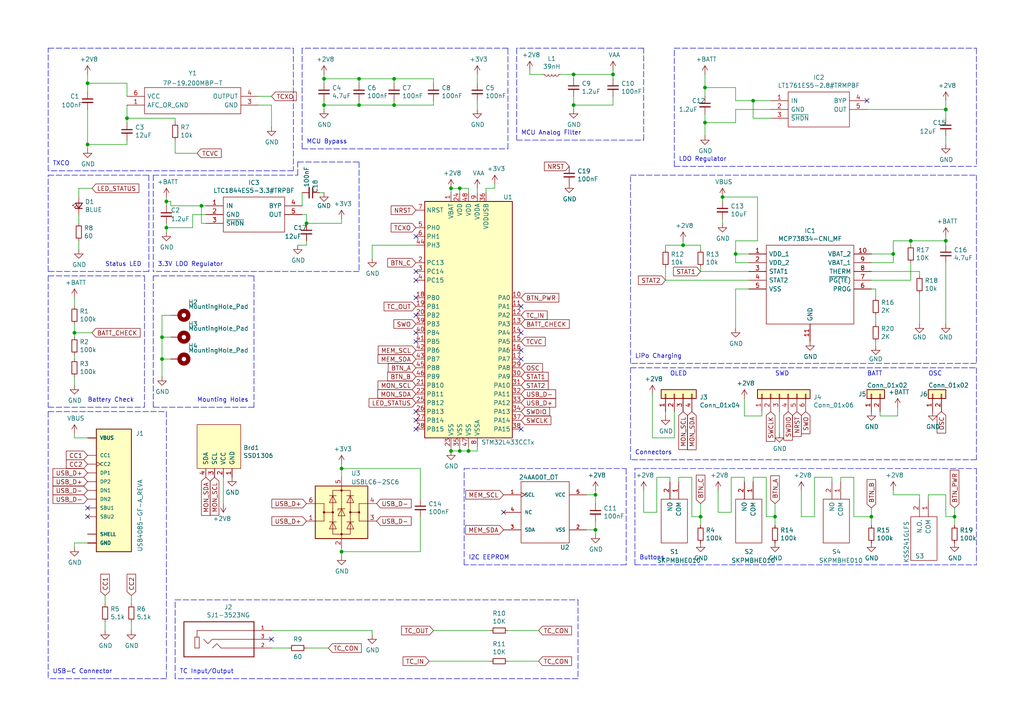
<source format=kicad_sch>
(kicad_sch (version 20211123) (generator eeschema)
  (paper "A4")
  (title_block (title "TimTime Lockit") (date "2021-04-30") (rev "V01"))
  (junction (at 46.99 97.79))
  (junction (at 166.37 30.48))
  (junction (at 99.06 160.02))
  (junction (at 224.79 149.86))
  (junction (at 274.32 69.85))
  (junction (at 198.12 71.12))
  (junction (at 204.47 25.4))
  (junction (at 135.89 130.81))
  (junction (at 218.44 29.21))
  (junction (at 25.4 41.91))
  (junction (at 209.55 57.15))
  (junction (at 130.81 54.61))
  (junction (at 203.2 149.86))
  (junction (at 21.59 96.52))
  (junction (at 48.26 66.04))
  (junction (at 130.81 130.81))
  (junction (at 264.16 69.85))
  (junction (at 93.98 30.48))
  (junction (at 133.35 54.61))
  (junction (at 213.36 73.66))
  (junction (at 104.14 30.48))
  (junction (at 99.06 135.89))
  (junction (at 58.42 59.69))
  (junction (at 25.4 24.13))
  (junction (at 252.73 149.86))
  (junction (at 172.72 153.67))
  (junction (at 114.3 30.48))
  (junction (at 276.86 149.86))
  (junction (at 259.08 73.66))
  (junction (at 133.35 130.81))
  (junction (at 114.3 22.86))
  (junction (at 36.83 34.29))
  (junction (at 204.47 35.56))
  (junction (at 88.9 64.77))
  (junction (at 93.98 22.86))
  (junction (at 274.32 31.75))
  (junction (at 104.14 22.86))
  (junction (at 172.72 143.51))
  (junction (at 48.26 58.42))
  (junction (at 166.37 21.59))
  (junction (at 46.99 104.14))
  (junction (at 177.8 21.59))
  (no_connect (at 151.13 88.9))
  (no_connect (at 120.65 81.28))
  (no_connect (at 78.74 185.42))
  (no_connect (at 146.05 148.59))
  (no_connect (at 151.13 124.46))
  (no_connect (at 120.65 91.44))
  (no_connect (at 120.65 68.58))
  (no_connect (at 120.65 99.06))
  (no_connect (at 120.65 78.74))
  (no_connect (at 120.65 119.38))
  (no_connect (at 120.65 96.52))
  (no_connect (at 25.4 149.86))
  (no_connect (at 151.13 101.6))
  (no_connect (at 151.13 96.52))
  (no_connect (at 120.65 121.92))
  (no_connect (at 251.46 29.21))
  (no_connect (at 120.65 86.36))
  (no_connect (at 151.13 104.14))
  (no_connect (at 120.65 124.46))
  (no_connect (at 25.4 147.32))
  (polyline (pts (xy 186.69 13.97) (xy 149.86 13.97)))
  (wire (pts (xy 274.32 68.58) (xy 274.32 69.85)))
  (polyline (pts (xy 13.97 13.97) (xy 85.09 13.97)))
  (wire (pts (xy 222.25 149.86) (xy 224.79 149.86)))
  (wire (pts (xy 55.88 66.04) (xy 48.26 66.04)))
  (wire (pts (xy 243.84 139.7) (xy 243.84 138.43)))
  (wire (pts (xy 203.2 146.05) (xy 203.2 149.86)))
  (polyline (pts (xy 13.97 118.11) (xy 41.91 118.11)))
  (wire (pts (xy 78.74 182.88) (xy 107.95 182.88)))
  (wire (pts (xy 104.14 22.86) (xy 114.3 22.86)))
  (wire (pts (xy 217.17 83.82) (xy 213.36 83.82)))
  (polyline (pts (xy 48.26 119.38) (xy 48.26 196.85)))
  (wire (pts (xy 36.83 27.94) (xy 36.83 24.13)))
  (wire (pts (xy 219.71 57.15) (xy 209.55 57.15)))
  (polyline (pts (xy 13.97 78.74) (xy 13.97 50.8)))
  (wire (pts (xy 274.32 149.86) (xy 276.86 149.86)))
  (wire (pts (xy 203.2 149.86) (xy 203.2 152.4)))
  (wire (pts (xy 186.69 148.59) (xy 190.5 148.59)))
  (wire (pts (xy 172.72 143.51) (xy 172.72 142.24)))
  (wire (pts (xy 125.73 29.21) (xy 125.73 30.48)))
  (wire (pts (xy 217.17 78.74) (xy 203.2 78.74)))
  (wire (pts (xy 22.86 54.61) (xy 22.86 57.15)))
  (wire (pts (xy 195.58 127) (xy 195.58 119.38)))
  (polyline (pts (xy 167.64 173.99) (xy 167.64 196.85)))
  (wire (pts (xy 177.8 30.48) (xy 166.37 30.48)))
  (polyline (pts (xy 134.62 163.83) (xy 134.62 135.89)))
  (wire (pts (xy 166.37 30.48) (xy 166.37 27.94)))
  (wire (pts (xy 49.53 91.44) (xy 46.99 91.44)))
  (polyline (pts (xy 73.66 118.11) (xy 44.45 118.11)))
  (polyline (pts (xy 147.32 13.97) (xy 87.63 13.97)))
  (wire (pts (xy 48.26 66.04) (xy 48.26 64.77)))
  (polyline (pts (xy 283.21 13.97) (xy 283.21 48.26)))
  (wire (pts (xy 130.81 129.54) (xy 130.81 130.81)))
  (wire (pts (xy 252.73 149.86) (xy 252.73 152.4)))
  (wire (pts (xy 254 99.06) (xy 254 100.33)))
  (wire (pts (xy 252.73 83.82) (xy 254 83.82)))
  (wire (pts (xy 213.36 69.85) (xy 219.71 69.85)))
  (wire (pts (xy 138.43 130.81) (xy 135.89 130.81)))
  (wire (pts (xy 241.3 139.7) (xy 241.3 138.43)))
  (wire (pts (xy 247.65 149.86) (xy 252.73 149.86)))
  (wire (pts (xy 87.63 62.23) (xy 88.9 62.23)))
  (wire (pts (xy 213.36 76.2) (xy 213.36 73.66)))
  (polyline (pts (xy 13.97 119.38) (xy 13.97 196.85)))
  (wire (pts (xy 21.59 157.48) (xy 25.4 157.48)))
  (wire (pts (xy 252.73 78.74) (xy 266.7 78.74)))
  (wire (pts (xy 189.23 114.3) (xy 189.23 127)))
  (polyline (pts (xy 182.88 106.68) (xy 283.21 106.68)))
  (wire (pts (xy 266.7 85.09) (xy 266.7 93.98)))
  (wire (pts (xy 269.24 144.78) (xy 269.24 143.51)))
  (wire (pts (xy 218.44 34.29) (xy 218.44 29.21)))
  (wire (pts (xy 218.44 29.21) (xy 213.36 29.21)))
  (polyline (pts (xy 184.15 163.83) (xy 184.15 135.89)))
  (wire (pts (xy 252.73 76.2) (xy 259.08 76.2)))
  (wire (pts (xy 217.17 73.66) (xy 213.36 73.66)))
  (wire (pts (xy 259.08 143.51) (xy 259.08 142.24)))
  (wire (pts (xy 21.59 158.75) (xy 21.59 157.48)))
  (wire (pts (xy 196.85 139.7) (xy 196.85 138.43)))
  (wire (pts (xy 78.74 36.83) (xy 78.74 30.48)))
  (wire (pts (xy 93.98 22.86) (xy 93.98 24.13)))
  (wire (pts (xy 22.86 69.85) (xy 22.86 72.39)))
  (wire (pts (xy 217.17 81.28) (xy 193.04 81.28)))
  (wire (pts (xy 208.28 148.59) (xy 212.09 148.59)))
  (wire (pts (xy 215.9 120.65) (xy 215.9 115.57)))
  (wire (pts (xy 104.14 30.48) (xy 93.98 30.48)))
  (wire (pts (xy 218.44 139.7) (xy 218.44 138.43)))
  (wire (pts (xy 99.06 135.89) (xy 99.06 138.43)))
  (polyline (pts (xy 43.18 50.8) (xy 43.18 78.74)))
  (polyline (pts (xy 87.63 13.97) (xy 87.63 43.18)))
  (wire (pts (xy 194.31 138.43) (xy 194.31 139.7)))
  (wire (pts (xy 219.71 69.85) (xy 219.71 57.15)))
  (polyline (pts (xy 13.97 49.53) (xy 13.97 13.97)))
  (wire (pts (xy 259.08 76.2) (xy 259.08 73.66)))
  (wire (pts (xy 203.2 71.12) (xy 198.12 71.12)))
  (wire (pts (xy 213.36 25.4) (xy 204.47 25.4)))
  (wire (pts (xy 25.4 21.59) (xy 25.4 24.13)))
  (wire (pts (xy 49.53 97.79) (xy 46.99 97.79)))
  (wire (pts (xy 220.98 120.65) (xy 215.9 120.65)))
  (wire (pts (xy 21.59 125.73) (xy 21.59 127)))
  (wire (pts (xy 133.35 129.54) (xy 133.35 130.81)))
  (wire (pts (xy 50.8 40.64) (xy 50.8 44.45)))
  (wire (pts (xy 153.67 20.32) (xy 153.67 21.59)))
  (wire (pts (xy 59.69 59.69) (xy 58.42 59.69)))
  (polyline (pts (xy 13.97 50.8) (xy 43.18 50.8)))
  (wire (pts (xy 88.9 69.85) (xy 88.9 71.12)))
  (wire (pts (xy 212.09 148.59) (xy 212.09 138.43)))
  (wire (pts (xy 95.25 187.96) (xy 88.9 187.96)))
  (wire (pts (xy 186.69 142.24) (xy 186.69 148.59)))
  (wire (pts (xy 264.16 69.85) (xy 274.32 69.85)))
  (polyline (pts (xy 50.8 173.99) (xy 167.64 173.99)))
  (wire (pts (xy 58.42 64.77) (xy 58.42 59.69)))
  (wire (pts (xy 138.43 54.61) (xy 138.43 55.88)))
  (wire (pts (xy 226.06 125.73) (xy 226.06 119.38)))
  (wire (pts (xy 196.85 138.43) (xy 200.66 138.43)))
  (wire (pts (xy 232.41 149.86) (xy 232.41 142.24)))
  (wire (pts (xy 121.92 135.89) (xy 99.06 135.89)))
  (wire (pts (xy 266.7 144.78) (xy 266.7 143.51)))
  (wire (pts (xy 46.99 97.79) (xy 46.99 104.14)))
  (wire (pts (xy 124.46 191.77) (xy 142.24 191.77)))
  (polyline (pts (xy 44.45 50.8) (xy 86.36 50.8)))
  (wire (pts (xy 264.16 81.28) (xy 264.16 76.2)))
  (polyline (pts (xy 87.63 43.18) (xy 147.32 43.18)))
  (polyline (pts (xy 182.88 105.41) (xy 182.88 50.8)))
  (polyline (pts (xy 86.36 46.99) (xy 104.14 46.99)))
  (wire (pts (xy 93.98 29.21) (xy 93.98 30.48)))
  (polyline (pts (xy 73.66 80.01) (xy 73.66 118.11)))
  (wire (pts (xy 93.98 30.48) (xy 93.98 31.75)))
  (wire (pts (xy 172.72 153.67) (xy 172.72 154.94)))
  (wire (pts (xy 25.4 41.91) (xy 25.4 43.18)))
  (wire (pts (xy 48.26 59.69) (xy 48.26 58.42)))
  (polyline (pts (xy 44.45 80.01) (xy 73.66 80.01)))
  (wire (pts (xy 204.47 27.94) (xy 204.47 25.4)))
  (wire (pts (xy 223.52 29.21) (xy 218.44 29.21)))
  (wire (pts (xy 130.81 54.61) (xy 130.81 55.88)))
  (wire (pts (xy 213.36 31.75) (xy 223.52 31.75)))
  (wire (pts (xy 264.16 71.12) (xy 264.16 69.85)))
  (wire (pts (xy 50.8 44.45) (xy 57.15 44.45)))
  (wire (pts (xy 274.32 29.21) (xy 274.32 31.75)))
  (wire (pts (xy 241.3 138.43) (xy 236.22 138.43)))
  (wire (pts (xy 247.65 138.43) (xy 247.65 149.86)))
  (wire (pts (xy 166.37 30.48) (xy 166.37 31.75)))
  (wire (pts (xy 147.32 182.88) (xy 156.21 182.88)))
  (wire (pts (xy 99.06 158.75) (xy 99.06 160.02)))
  (wire (pts (xy 21.59 111.76) (xy 21.59 109.22)))
  (wire (pts (xy 88.9 62.23) (xy 88.9 64.77)))
  (wire (pts (xy 252.73 73.66) (xy 259.08 73.66)))
  (wire (pts (xy 114.3 30.48) (xy 104.14 30.48)))
  (wire (pts (xy 125.73 182.88) (xy 142.24 182.88)))
  (wire (pts (xy 114.3 29.21) (xy 114.3 30.48)))
  (wire (pts (xy 269.24 143.51) (xy 274.32 143.51)))
  (wire (pts (xy 74.93 30.48) (xy 78.74 30.48)))
  (wire (pts (xy 36.83 41.91) (xy 25.4 41.91)))
  (wire (pts (xy 36.83 34.29) (xy 36.83 35.56)))
  (wire (pts (xy 140.97 54.61) (xy 143.51 54.61)))
  (wire (pts (xy 99.06 134.62) (xy 99.06 135.89)))
  (wire (pts (xy 170.18 143.51) (xy 172.72 143.51)))
  (wire (pts (xy 99.06 64.77) (xy 88.9 64.77)))
  (polyline (pts (xy 48.26 196.85) (xy 13.97 196.85)))
  (wire (pts (xy 21.59 96.52) (xy 26.67 96.52)))
  (polyline (pts (xy 195.58 48.26) (xy 195.58 13.97)))
  (wire (pts (xy 251.46 31.75) (xy 274.32 31.75)))
  (wire (pts (xy 58.42 59.69) (xy 49.53 59.69)))
  (polyline (pts (xy 167.64 196.85) (xy 50.8 196.85)))
  (wire (pts (xy 26.67 54.61) (xy 22.86 54.61)))
  (polyline (pts (xy 41.91 80.01) (xy 41.91 118.11)))
  (wire (pts (xy 120.65 71.12) (xy 107.95 71.12)))
  (wire (pts (xy 36.83 40.64) (xy 36.83 41.91)))
  (wire (pts (xy 59.69 62.23) (xy 55.88 62.23)))
  (wire (pts (xy 133.35 55.88) (xy 133.35 54.61)))
  (wire (pts (xy 217.17 76.2) (xy 213.36 76.2)))
  (wire (pts (xy 193.04 72.39) (xy 193.04 71.12)))
  (polyline (pts (xy 149.86 40.64) (xy 186.69 40.64)))
  (polyline (pts (xy 283.21 106.68) (xy 283.21 133.35)))
  (wire (pts (xy 177.8 20.32) (xy 177.8 21.59)))
  (wire (pts (xy 189.23 127) (xy 195.58 127)))
  (polyline (pts (xy 184.15 135.89) (xy 283.21 135.89)))
  (wire (pts (xy 254 91.44) (xy 254 93.98)))
  (wire (pts (xy 21.59 104.14) (xy 21.59 102.87)))
  (wire (pts (xy 125.73 30.48) (xy 114.3 30.48)))
  (wire (pts (xy 209.55 57.15) (xy 209.55 58.42)))
  (polyline (pts (xy 182.88 50.8) (xy 283.21 50.8)))
  (wire (pts (xy 49.53 58.42) (xy 48.26 58.42)))
  (wire (pts (xy 222.25 138.43) (xy 222.25 149.86)))
  (wire (pts (xy 36.83 30.48) (xy 36.83 34.29)))
  (wire (pts (xy 213.36 73.66) (xy 213.36 69.85)))
  (wire (pts (xy 274.32 143.51) (xy 274.32 149.86)))
  (wire (pts (xy 243.84 138.43) (xy 247.65 138.43)))
  (wire (pts (xy 223.52 34.29) (xy 218.44 34.29)))
  (wire (pts (xy 55.88 62.23) (xy 55.88 66.04)))
  (wire (pts (xy 166.37 21.59) (xy 177.8 21.59)))
  (wire (pts (xy 266.7 143.51) (xy 259.08 143.51)))
  (wire (pts (xy 138.43 29.21) (xy 138.43 31.75)))
  (polyline (pts (xy 195.58 48.26) (xy 283.21 48.26)))
  (wire (pts (xy 99.06 63.5) (xy 99.06 64.77)))
  (wire (pts (xy 138.43 21.59) (xy 138.43 24.13)))
  (wire (pts (xy 252.73 81.28) (xy 264.16 81.28)))
  (wire (pts (xy 25.4 24.13) (xy 25.4 26.67)))
  (wire (pts (xy 99.06 160.02) (xy 99.06 161.29)))
  (wire (pts (xy 121.92 160.02) (xy 99.06 160.02)))
  (polyline (pts (xy 182.88 133.35) (xy 182.88 106.68)))
  (wire (pts (xy 93.98 55.88) (xy 92.71 55.88)))
  (wire (pts (xy 49.53 104.14) (xy 46.99 104.14)))
  (polyline (pts (xy 44.45 118.11) (xy 44.45 80.01)))
  (polyline (pts (xy 283.21 133.35) (xy 182.88 133.35)))
  (wire (pts (xy 104.14 29.21) (xy 104.14 30.48)))
  (polyline (pts (xy 283.21 50.8) (xy 283.21 105.41)))
  (wire (pts (xy 274.32 76.2) (xy 274.32 93.98)))
  (wire (pts (xy 215.9 138.43) (xy 215.9 139.7)))
  (wire (pts (xy 88.9 71.12) (xy 86.36 71.12)))
  (wire (pts (xy 274.32 39.37) (xy 274.32 41.91)))
  (polyline (pts (xy 86.36 50.8) (xy 86.36 46.99)))
  (wire (pts (xy 274.32 69.85) (xy 274.32 71.12)))
  (wire (pts (xy 218.44 138.43) (xy 222.25 138.43)))
  (wire (pts (xy 193.04 71.12) (xy 198.12 71.12)))
  (wire (pts (xy 133.35 54.61) (xy 130.81 54.61)))
  (wire (pts (xy 255.27 119.38) (xy 255.27 120.65)))
  (wire (pts (xy 133.35 130.81) (xy 130.81 130.81)))
  (wire (pts (xy 153.67 21.59) (xy 157.48 21.59)))
  (wire (pts (xy 209.55 63.5) (xy 209.55 64.77)))
  (polyline (pts (xy 186.69 40.64) (xy 186.69 13.97)))
  (polyline (pts (xy 43.18 78.74) (xy 13.97 78.74)))
  (polyline (pts (xy 283.21 105.41) (xy 182.88 105.41)))
  (polyline (pts (xy 195.58 13.97) (xy 283.21 13.97)))
  (wire (pts (xy 104.14 24.13) (xy 104.14 22.86)))
  (wire (pts (xy 114.3 24.13) (xy 114.3 22.86)))
  (wire (pts (xy 190.5 138.43) (xy 194.31 138.43)))
  (wire (pts (xy 193.04 81.28) (xy 193.04 77.47)))
  (wire (pts (xy 204.47 25.4) (xy 204.47 21.59)))
  (wire (pts (xy 177.8 21.59) (xy 177.8 22.86)))
  (wire (pts (xy 48.26 58.42) (xy 48.26 57.15)))
  (polyline (pts (xy 184.15 163.83) (xy 283.21 163.83)))
  (wire (pts (xy 107.95 71.12) (xy 107.95 74.93)))
  (wire (pts (xy 203.2 78.74) (xy 203.2 77.47)))
  (wire (pts (xy 107.95 182.88) (xy 107.95 184.15)))
  (wire (pts (xy 50.8 35.56) (xy 50.8 34.29)))
  (wire (pts (xy 46.99 104.14) (xy 46.99 109.22)))
  (wire (pts (xy 266.7 78.74) (xy 266.7 80.01)))
  (wire (pts (xy 25.4 24.13) (xy 36.83 24.13)))
  (wire (pts (xy 198.12 71.12) (xy 198.12 69.85)))
  (wire (pts (xy 87.63 59.69) (xy 87.63 55.88)))
  (wire (pts (xy 224.79 146.05) (xy 224.79 149.86)))
  (wire (pts (xy 50.8 34.29) (xy 36.83 34.29)))
  (polyline (pts (xy 104.14 46.99) (xy 104.14 78.74)))
  (polyline (pts (xy 149.86 13.97) (xy 149.86 40.64)))
  (wire (pts (xy 135.89 54.61) (xy 133.35 54.61)))
  (wire (pts (xy 274.32 31.75) (xy 274.32 34.29)))
  (wire (pts (xy 236.22 138.43) (xy 236.22 149.86)))
  (wire (pts (xy 30.48 172.72) (xy 30.48 175.26)))
  (wire (pts (xy 21.59 88.9) (xy 21.59 86.36)))
  (polyline (pts (xy 85.09 13.97) (xy 85.09 49.53)))
  (wire (pts (xy 204.47 35.56) (xy 204.47 39.37)))
  (wire (pts (xy 64.77 146.05) (xy 64.77 138.43)))
  (wire (pts (xy 46.99 91.44) (xy 46.99 97.79)))
  (wire (pts (xy 162.56 21.59) (xy 166.37 21.59)))
  (wire (pts (xy 213.36 83.82) (xy 213.36 95.25)))
  (polyline (pts (xy 13.97 80.01) (xy 41.91 80.01)))
  (wire (pts (xy 78.74 27.94) (xy 74.93 27.94)))
  (wire (pts (xy 236.22 149.86) (xy 232.41 149.86)))
  (wire (pts (xy 254 83.82) (xy 254 86.36)))
  (wire (pts (xy 255.27 120.65) (xy 260.35 120.65)))
  (wire (pts (xy 135.89 129.54) (xy 135.89 130.81)))
  (wire (pts (xy 200.66 149.86) (xy 203.2 149.86)))
  (wire (pts (xy 172.72 146.05) (xy 172.72 143.51)))
  (wire (pts (xy 220.98 119.38) (xy 220.98 120.65)))
  (polyline (pts (xy 44.45 50.8) (xy 44.45 78.74)))
  (wire (pts (xy 224.79 149.86) (xy 224.79 152.4)))
  (wire (pts (xy 125.73 22.86) (xy 125.73 24.13)))
  (wire (pts (xy 172.72 151.13) (xy 172.72 153.67)))
  (polyline (pts (xy 13.97 119.38) (xy 48.26 119.38)))
  (polyline (pts (xy 104.14 78.74) (xy 44.45 78.74)))
  (polyline (pts (xy 85.09 49.53) (xy 13.97 49.53)))
  (polyline (pts (xy 283.21 135.89) (xy 283.21 163.83)))
  (wire (pts (xy 212.09 138.43) (xy 215.9 138.43)))
  (wire (pts (xy 48.26 67.31) (xy 48.26 66.04)))
  (wire (pts (xy 166.37 21.59) (xy 166.37 22.86)))
  (wire (pts (xy 135.89 130.81) (xy 133.35 130.81)))
  (wire (pts (xy 204.47 35.56) (xy 213.36 35.56)))
  (wire (pts (xy 59.69 64.77) (xy 58.42 64.77)))
  (wire (pts (xy 143.51 53.34) (xy 143.51 54.61)))
  (wire (pts (xy 170.18 153.67) (xy 172.72 153.67)))
  (wire (pts (xy 140.97 54.61) (xy 140.97 55.88)))
  (wire (pts (xy 135.89 55.88) (xy 135.89 54.61)))
  (wire (pts (xy 177.8 27.94) (xy 177.8 30.48)))
  (wire (pts (xy 200.66 138.43) (xy 200.66 149.86)))
  (polyline (pts (xy 13.97 80.01) (xy 13.97 118.11)))
  (polyline (pts (xy 181.61 135.89) (xy 181.61 163.83)))
  (wire (pts (xy 276.86 149.86) (xy 276.86 152.4)))
  (wire (pts (xy 21.59 96.52) (xy 21.59 93.98)))
  (wire (pts (xy 21.59 127) (xy 25.4 127)))
  (wire (pts (xy 22.86 62.23) (xy 22.86 64.77)))
  (wire (pts (xy 93.98 21.59) (xy 93.98 22.86)))
  (wire (pts (xy 147.32 191.77) (xy 156.21 191.77)))
  (wire (pts (xy 208.28 142.24) (xy 208.28 148.59)))
  (wire (pts (xy 83.82 187.96) (xy 78.74 187.96)))
  (wire (pts (xy 260.35 120.65) (xy 260.35 118.11)))
  (wire (pts (xy 259.08 73.66) (xy 259.08 69.85)))
  (wire (pts (xy 276.86 147.32) (xy 276.86 149.86)))
  (wire (pts (xy 252.73 147.32) (xy 252.73 149.86)))
  (polyline (pts (xy 147.32 43.18) (xy 147.32 13.97)))
  (wire (pts (xy 193.04 120.65) (xy 193.04 119.38)))
  (wire (pts (xy 38.1 172.72) (xy 38.1 175.26)))
  (wire (pts (xy 121.92 144.78) (xy 121.92 135.89)))
  (polyline (pts (xy 50.8 196.85) (xy 50.8 173.99)))
  (wire (pts (xy 114.3 22.86) (xy 125.73 22.86)))
  (polyline (pts (xy 181.61 163.83) (xy 134.62 163.83)))
  (wire (pts (xy 25.4 31.75) (xy 25.4 41.91)))
  (wire (pts (xy 38.1 180.34) (xy 38.1 182.88)))
  (wire (pts (xy 203.2 72.39) (xy 203.2 71.12)))
  (wire (pts (xy 30.48 180.34) (xy 30.48 182.88)))
  (wire (pts (xy 104.14 22.86) (xy 93.98 22.86)))
  (wire (pts (xy 204.47 33.02) (xy 204.47 35.56)))
  (wire (pts (xy 259.08 69.85) (xy 264.16 69.85)))
  (wire (pts (xy 49.53 59.69) (xy 49.53 58.42)))
  (wire (pts (xy 213.36 35.56) (xy 213.36 31.75)))
  (wire (pts (xy 138.43 129.54) (xy 138.43 130.81)))
  (polyline (pts (xy 134.62 135.89) (xy 181.61 135.89)))
  (wire (pts (xy 21.59 97.79) (xy 21.59 96.52)))
  (wire (pts (xy 213.36 29.21) (xy 213.36 25.4)))
  (wire (pts (xy 121.92 149.86) (xy 121.92 160.02)))
  (wire (pts (xy 190.5 148.59) (xy 190.5 138.43)))
  (text "TC Input/Output" (at 52.07 195.58 0) (effects (font (size 1.27 1.27)) (justify left bottom)))
  (text "Connectors" (at 184.15 132.08 0) (effects (font (size 1.27 1.27)) (justify left bottom)))
  (text "TXCO" (at 15.24 48.26 0) (effects (font (size 1.27 1.27)) (justify left bottom)))
  (text "Mounting Holes" (at 57.15 116.84 0) (effects (font (size 1.27 1.27)) (justify left bottom)))
  (text "LiPo Charging" (at 184.15 104.14 0) (effects (font (size 1.27 1.27)) (justify left bottom)))
  (text "Battery Check" (at 25.4 116.84 0) (effects (font (size 1.27 1.27)) (justify left bottom)))
  (text "USB-C Connector" (at 15.24 195.58 0) (effects (font (size 1.27 1.27)) (justify left bottom)))
  (text "3.3V LDO Regulator" (at 45.72 77.47 0) (effects (font (size 1.27 1.27)) (justify left bottom)))
  (text "MCU Bypass" (at 88.9 41.91 0) (effects (font (size 1.27 1.27)) (justify left bottom)))
  (text "SWD" (at 224.79 109.22 0) (effects (font (size 1.27 1.27)) (justify left bottom)))
  (text "LDO Regulator" (at 196.85 46.99 0) (effects (font (size 1.27 1.27)) (justify left bottom)))
  (text "Status LED" (at 30.48 77.47 0) (effects (font (size 1.27 1.27)) (justify left bottom)))
  (text "MCU Analog Filter" (at 151.13 39.37 0) (effects (font (size 1.27 1.27)) (justify left bottom)))
  (text "OLED" (at 194.31 109.22 0) (effects (font (size 1.27 1.27)) (justify left bottom)))
  (text "OSC" (at 269.24 109.22 0) (effects (font (size 1.27 1.27)) (justify left bottom)))
  (text "Buttons" (at 185.42 162.56 0) (effects (font (size 1.27 1.27)) (justify left bottom)))
  (text "I2C EEPROM" (at 135.89 162.56 0) (effects (font (size 1.27 1.27)) (justify left bottom)))
  (text "BATT" (at 251.46 109.22 0) (effects (font (size 1.27 1.27)) (justify left bottom)))
  (global_label "BTN_B" (shape input) (at 120.65 109.22 180) (property "Intersheet References" "${INTERSHEET_REFS}" (effects hide)))
  (global_label "BTN_A" (shape input) (at 224.79 146.05 90) (property "Intersheet References" "${INTERSHEET_REFS}" (effects hide)))
  (global_label "SWDIO" (shape input) (at 228.6 119.38 270) (property "Intersheet References" "${INTERSHEET_REFS}" (effects hide)))
  (global_label "BATT_CHECK" (shape input) (at 151.13 93.98 0) (property "Intersheet References" "${INTERSHEET_REFS}" (effects hide)))
  (global_label "BTN_PWR" (shape input) (at 276.86 147.32 90) (property "Intersheet References" "${INTERSHEET_REFS}" (effects hide)))
  (global_label "MEM_SCL" (shape input) (at 146.05 143.51 180) (property "Intersheet References" "${INTERSHEET_REFS}" (effects hide)))
  (global_label "STAT1" (shape input) (at 151.13 109.22 0) (property "Intersheet References" "${INTERSHEET_REFS}" (effects hide)))
  (global_label "MON_SDA" (shape input) (at 200.66 119.38 270) (property "Intersheet References" "${INTERSHEET_REFS}" (effects hide)))
  (global_label "USB_D+" (shape input) (at 88.9 151.13 180) (property "Intersheet References" "${INTERSHEET_REFS}" (effects hide)))
  (global_label "MON_SCL" (shape input) (at 62.23 138.43 270) (property "Intersheet References" "${INTERSHEET_REFS}" (effects hide)))
  (global_label "TCXO" (shape input) (at 120.65 66.04 180) (property "Intersheet References" "${INTERSHEET_REFS}" (effects hide)))
  (global_label "USB_D-" (shape input) (at 151.13 114.3 0) (property "Intersheet References" "${INTERSHEET_REFS}" (effects hide)))
  (global_label "CC1" (shape input) (at 25.4 132.08 180) (property "Intersheet References" "${INTERSHEET_REFS}" (effects hide)))
  (global_label "USB_D-" (shape input) (at 109.22 146.05 0) (property "Intersheet References" "${INTERSHEET_REFS}" (effects hide)))
  (global_label "USB_D+" (shape input) (at 25.4 137.16 180) (property "Intersheet References" "${INTERSHEET_REFS}" (effects hide)))
  (global_label "LED_STATUS" (shape input) (at 26.67 54.61 0) (property "Intersheet References" "${INTERSHEET_REFS}" (effects hide)))
  (global_label "SWDIO" (shape input) (at 151.13 119.38 0) (property "Intersheet References" "${INTERSHEET_REFS}" (effects hide)))
  (global_label "MEM_SDA" (shape input) (at 120.65 104.14 180) (property "Intersheet References" "${INTERSHEET_REFS}" (effects hide)))
  (global_label "USB_D-" (shape input) (at 25.4 142.24 180) (property "Intersheet References" "${INTERSHEET_REFS}" (effects hide)))
  (global_label "MON_SDA" (shape input) (at 120.65 114.3 180) (property "Intersheet References" "${INTERSHEET_REFS}" (effects hide)))
  (global_label "USB_D+" (shape input) (at 25.4 139.7 180) (property "Intersheet References" "${INTERSHEET_REFS}" (effects hide)))
  (global_label "CC1" (shape input) (at 30.48 172.72 90) (property "Intersheet References" "${INTERSHEET_REFS}" (effects hide)))
  (global_label "BTN_A" (shape input) (at 120.65 106.68 180) (property "Intersheet References" "${INTERSHEET_REFS}" (effects hide)))
  (global_label "USB_D-" (shape input) (at 109.22 151.13 0) (property "Intersheet References" "${INTERSHEET_REFS}" (effects hide)))
  (global_label "TC_IN" (shape input) (at 124.46 191.77 180) (property "Intersheet References" "${INTERSHEET_REFS}" (effects hide)))
  (global_label "OSC" (shape input) (at 273.05 119.38 270) (property "Intersheet References" "${INTERSHEET_REFS}" (effects hide)))
  (global_label "MON_SCL" (shape input) (at 198.12 119.38 270) (property "Intersheet References" "${INTERSHEET_REFS}" (effects hide)))
  (global_label "USB_D+" (shape input) (at 88.9 146.05 180) (property "Intersheet References" "${INTERSHEET_REFS}" (effects hide)))
  (global_label "TC_OUT" (shape input) (at 125.73 182.88 180) (property "Intersheet References" "${INTERSHEET_REFS}" (effects hide)))
  (global_label "NRST" (shape input) (at 231.14 119.38 270) (property "Intersheet References" "${INTERSHEET_REFS}" (effects hide)))
  (global_label "LED_STATUS" (shape input) (at 120.65 116.84 180) (property "Intersheet References" "${INTERSHEET_REFS}" (effects hide)))
  (global_label "CC2" (shape input) (at 25.4 134.62 180) (property "Intersheet References" "${INTERSHEET_REFS}" (effects hide)))
  (global_label "USB_D-" (shape input) (at 25.4 144.78 180) (property "Intersheet References" "${INTERSHEET_REFS}" (effects hide)))
  (global_label "BATT_CHECK" (shape input) (at 26.67 96.52 0) (property "Intersheet References" "${INTERSHEET_REFS}" (effects hide)))
  (global_label "TC_CON" (shape input) (at 156.21 182.88 0) (property "Intersheet References" "${INTERSHEET_REFS}" (effects hide)))
  (global_label "MON_SDA" (shape input) (at 59.69 138.43 270) (property "Intersheet References" "${INTERSHEET_REFS}" (effects hide)))
  (global_label "USB_D+" (shape input) (at 151.13 116.84 0) (property "Intersheet References" "${INTERSHEET_REFS}" (effects hide)))
  (global_label "MEM_SCL" (shape input) (at 120.65 101.6 180) (property "Intersheet References" "${INTERSHEET_REFS}" (effects hide)))
  (global_label "MEM_SDA" (shape input) (at 146.05 153.67 180) (property "Intersheet References" "${INTERSHEET_REFS}" (effects hide)))
  (global_label "SWCLK" (shape input) (at 151.13 121.92 0) (property "Intersheet References" "${INTERSHEET_REFS}" (effects hide)))
  (global_label "NRST" (shape input) (at 120.65 60.96 180) (property "Intersheet References" "${INTERSHEET_REFS}" (effects hide)))
  (global_label "BTN_B" (shape input) (at 252.73 147.32 90) (property "Intersheet References" "${INTERSHEET_REFS}" (effects hide)))
  (global_label "STAT2" (shape input) (at 193.04 81.28 180) (property "Intersheet References" "${INTERSHEET_REFS}" (effects hide)))
  (global_label "TC_IN" (shape input) (at 151.13 91.44 0) (property "Intersheet References" "${INTERSHEET_REFS}" (effects hide)))
  (global_label "TCXO" (shape input) (at 78.74 27.94 0) (property "Intersheet References" "${INTERSHEET_REFS}" (effects hide)))
  (global_label "TC_CON" (shape input) (at 95.25 187.96 0) (property "Intersheet References" "${INTERSHEET_REFS}" (effects hide)))
  (global_label "SWO" (shape input) (at 233.68 119.38 270) (property "Intersheet References" "${INTERSHEET_REFS}" (effects hide)))
  (global_label "NRST" (shape input) (at 165.1 48.26 180) (property "Intersheet References" "${INTERSHEET_REFS}" (effects hide)))
  (global_label "BTN_PWR" (shape input) (at 151.13 86.36 0) (property "Intersheet References" "${INTERSHEET_REFS}" (effects hide)))
  (global_label "TC_CON" (shape input) (at 156.21 191.77 0) (property "Intersheet References" "${INTERSHEET_REFS}" (effects hide)))
  (global_label "MON_SCL" (shape input) (at 120.65 111.76 180) (property "Intersheet References" "${INTERSHEET_REFS}" (effects hide)))
  (global_label "OSC" (shape input) (at 151.13 106.68 0) (property "Intersheet References" "${INTERSHEET_REFS}" (effects hide)))
  (global_label "SWCLK" (shape input) (at 223.52 119.38 270) (property "Intersheet References" "${INTERSHEET_REFS}" (effects hide)))
  (global_label "STAT2" (shape input) (at 151.13 111.76 0) (property "Intersheet References" "${INTERSHEET_REFS}" (effects hide)))
  (global_label "BTN_C" (shape input) (at 203.2 146.05 90) (property "Intersheet References" "${INTERSHEET_REFS}" (effects hide)))
  (global_label "STAT1" (shape input) (at 203.2 78.74 180) (property "Intersheet References" "${INTERSHEET_REFS}" (effects hide)))
  (global_label "TC_OUT" (shape input) (at 120.65 88.9 180) (property "Intersheet References" "${INTERSHEET_REFS}" (effects hide)))
  (global_label "BTN_C" (shape input) (at 120.65 76.2 180) (property "Intersheet References" "${INTERSHEET_REFS}" (effects hide)))
  (global_label "TCVC" (shape input) (at 57.15 44.45 0) (property "Intersheet References" "${INTERSHEET_REFS}" (effects hide)))
  (global_label "TCVC" (shape input) (at 151.13 99.06 0) (property "Intersheet References" "${INTERSHEET_REFS}" (effects hide)))
  (global_label "CC2" (shape input) (at 38.1 172.72 90) (property "Intersheet References" "${INTERSHEET_REFS}" (effects hide)))
  (global_label "SWO" (shape input) (at 120.65 93.98 180) (property "Intersheet References" "${INTERSHEET_REFS}" (effects hide)))
  (symbol (lib_id "MCU_ST_STM32L4:STM32L433CCTx") (at 135.89 91.44 0) (unit 1)
    (property "Reference" "U1" (at 147.32 57.15 0))
    (property "Value" "STM32L433CCTx" (at 147.32 128.27 0))
    (property "Footprint" "Package_QFP:LQFP-48_7x7mm_P0.5mm" (effects hide))
    (property "Datasheet" "http://www.st.com/st-web-ui/static/active/en/resource/technical/document/datasheet/DM00257192.pdf" (effects hide))
  )
  (symbol (lib_id "power:GND") (at 130.81 130.81 0) (unit 1)
    (property "Reference" "#PWR019" (effects hide))
    (property "Value" "GND" (at 130.937 135.2042 0))
  )
  (symbol (lib_id "TimTime-rescue:7P-25.000MBP-T-7P-25.000MBP-T-MiniSlate-rescue") (at 36.83 27.94 0) (unit 1)
    (property "Reference" "Y1" (at 55.88 21.209 0))
    (property "Value" "7P-19.200MBP-T" (at 55.88 24.13 0))
    (property "Footprint" "7P-25:7P25000MBPT" (effects hide))
    (property "Datasheet" "https://www.mouser.cn/datasheet/2/417/7P-552878.pdf" (effects hide))
    (property "Description" "Standard Clock Oscillators 25MHz 3.3Volt .28ppm -40C +85C" (effects hide))
    (property "Height" "1.5" (effects hide))
    (property "Manufacturer_Name" "TXC" (effects hide))
    (property "Manufacturer_Part_Number" "7P-25.000MBP-T" (effects hide))
    (property "Mouser Part Number" "717-7P-25.000MBP-T" (effects hide))
    (property "Mouser Price/Stock" "https://www.mouser.com/Search/Refine.aspx?Keyword=717-7P-25.000MBP-T" (effects hide))
  )
  (symbol (lib_id "Device:C_Small") (at 25.4 29.21 0) (unit 1)
    (property "Reference" "C1" (at 20.32 27.94 0) (effects (justify left)))
    (property "Value" "100nF" (at 17.78 30.48 0) (effects (justify left)))
    (property "Footprint" "Capacitor_SMD:C_0603_1608Metric_Pad1.08x0.95mm_HandSolder" (effects hide))
  )
  (symbol (lib_id "power:GND") (at 25.4 43.18 0) (unit 1)
    (property "Reference" "#PWR06" (effects hide))
    (property "Value" "GND" (at 25.527 47.5742 0))
  )
  (symbol (lib_id "Device:C_Small") (at 274.32 36.83 0) (unit 1)
    (property "Reference" "C15" (at 270.51 35.56 0) (effects (justify left)))
    (property "Value" "12uF" (at 266.7 38.1 0) (effects (justify left)))
    (property "Footprint" "Capacitor_SMD:C_0603_1608Metric_Pad1.08x0.95mm_HandSolder" (effects hide))
  )
  (symbol (lib_id "power:GND") (at 204.47 39.37 0) (unit 1)
    (property "Reference" "#PWR031" (effects hide))
    (property "Value" "GND" (at 204.597 43.7642 0))
  )
  (symbol (lib_id "power:GND") (at 274.32 41.91 0) (unit 1)
    (property "Reference" "#PWR050" (effects hide))
    (property "Value" "GND" (at 274.447 46.3042 0))
  )
  (symbol (lib_id "power:+BATT") (at 204.47 21.59 0) (unit 1)
    (property "Reference" "#PWR030" (effects hide))
    (property "Value" "+BATT" (at 204.851 17.1958 0))
  )
  (symbol (lib_id "power:+BATT") (at 274.32 68.58 0) (unit 1)
    (property "Reference" "#PWR051" (effects hide))
    (property "Value" "+BATT" (at 274.701 64.1858 0))
  )
  (symbol (lib_id "Device:C_Small") (at 274.32 73.66 0) (unit 1)
    (property "Reference" "C16" (at 276.6568 72.4916 0) (effects (justify left)))
    (property "Value" "4.7uF" (at 276.6568 74.803 0) (effects (justify left)))
    (property "Footprint" "Capacitor_SMD:C_0603_1608Metric_Pad1.08x0.95mm_HandSolder" (effects hide))
  )
  (symbol (lib_id "power:GND") (at 274.32 93.98 0) (unit 1)
    (property "Reference" "#PWR052" (effects hide))
    (property "Value" "GND" (at 274.32 97.79 0))
  )
  (symbol (lib_id "Device:R_Small") (at 266.7 82.55 0) (unit 1)
    (property "Reference" "R18" (at 268.1986 81.3816 0) (effects (justify left)))
    (property "Value" "10k" (at 268.1986 83.693 0) (effects (justify left)))
    (property "Footprint" "Resistor_SMD:R_0603_1608Metric_Pad0.98x0.95mm_HandSolder" (effects hide))
  )
  (symbol (lib_id "Device:R_Small") (at 254 88.9 0) (unit 1)
    (property "Reference" "R16" (at 255.4986 87.7316 0) (effects (justify left)))
    (property "Value" "2K" (at 255.4986 90.043 0) (effects (justify left)))
    (property "Footprint" "Resistor_SMD:R_0603_1608Metric_Pad0.98x0.95mm_HandSolder" (effects hide))
  )
  (symbol (lib_id "power:GND") (at 266.7 93.98 0) (unit 1)
    (property "Reference" "#PWR046" (effects hide))
    (property "Value" "GND" (at 266.7 97.79 0))
  )
  (symbol (lib_id "power:GND") (at 254 100.33 0) (unit 1)
    (property "Reference" "#PWR043" (effects hide))
    (property "Value" "GND" (at 254 104.14 0))
  )
  (symbol (lib_id "power:GND") (at 78.74 36.83 0) (unit 1)
    (property "Reference" "#PWR014" (effects hide))
    (property "Value" "GND" (at 78.867 41.2242 0))
  )
  (symbol (lib_id "Device:R_Small") (at 264.16 73.66 0) (unit 1)
    (property "Reference" "R17" (at 265.6586 72.4916 0) (effects (justify left)))
    (property "Value" "10K" (at 265.6586 74.803 0) (effects (justify left)))
    (property "Footprint" "Resistor_SMD:R_0603_1608Metric_Pad0.98x0.95mm_HandSolder" (effects hide))
  )
  (symbol (lib_id "power:GND") (at 213.36 95.25 0) (unit 1)
    (property "Reference" "#PWR035" (effects hide))
    (property "Value" "GND" (at 213.487 99.6442 0))
  )
  (symbol (lib_id "Device:R_Small") (at 203.2 74.93 0) (unit 1)
    (property "Reference" "R13" (at 204.6986 73.7616 0) (effects (justify left)))
    (property "Value" "10k" (at 204.6986 76.073 0) (effects (justify left)))
    (property "Footprint" "Resistor_SMD:R_0603_1608Metric_Pad0.98x0.95mm_HandSolder" (effects hide))
  )
  (symbol (lib_id "Device:R_Small") (at 193.04 74.93 0) (unit 1)
    (property "Reference" "R12" (at 194.5386 73.7616 0) (effects (justify left)))
    (property "Value" "10k" (at 194.5386 76.073 0) (effects (justify left)))
    (property "Footprint" "Resistor_SMD:R_0603_1608Metric_Pad0.98x0.95mm_HandSolder" (effects hide))
  )
  (symbol (lib_id "power:GND") (at 21.59 158.75 0) (unit 1)
    (property "Reference" "#PWR04" (effects hide))
    (property "Value" "GND" (at 21.717 163.1442 0))
  )
  (symbol (lib_id "power:VBUS") (at 21.59 125.73 0) (unit 1)
    (property "Reference" "#PWR03" (effects hide))
    (property "Value" "VBUS" (at 21.971 121.3358 0))
  )
  (symbol (lib_id "power:VBUS") (at 209.55 57.15 0) (unit 1)
    (property "Reference" "#PWR032" (effects hide))
    (property "Value" "VBUS" (at 209.931 52.7558 0))
  )
  (symbol (lib_id "Device:C_Small") (at 209.55 60.96 0) (unit 1)
    (property "Reference" "C13" (at 211.8868 59.7916 0) (effects (justify left)))
    (property "Value" "10uF" (at 211.8868 62.103 0) (effects (justify left)))
    (property "Footprint" "Capacitor_SMD:C_0603_1608Metric_Pad1.08x0.95mm_HandSolder" (effects hide))
  )
  (symbol (lib_id "power:GND") (at 209.55 64.77 0) (unit 1)
    (property "Reference" "#PWR033" (effects hide))
    (property "Value" "GND" (at 209.677 69.1642 0))
  )
  (symbol (lib_id "Device:C_Small") (at 204.47 30.48 0) (unit 1)
    (property "Reference" "C12" (at 200.66 29.21 0) (effects (justify left)))
    (property "Value" "1.2uF" (at 196.85 31.75 0) (effects (justify left)))
    (property "Footprint" "Capacitor_SMD:C_0603_1608Metric_Pad1.08x0.95mm_HandSolder" (effects hide))
  )
  (symbol (lib_id "Device:C_Small") (at 93.98 26.67 0) (unit 1)
    (property "Reference" "C4" (at 96.3168 25.5016 0) (effects (justify left)))
    (property "Value" "4.7uF" (at 96.3168 27.813 0) (effects (justify left)))
    (property "Footprint" "Capacitor_SMD:C_0603_1608Metric_Pad1.08x0.95mm_HandSolder" (effects hide))
  )
  (symbol (lib_id "Device:C_Small") (at 138.43 26.67 0) (unit 1)
    (property "Reference" "C5" (at 140.7668 25.5016 0) (effects (justify left)))
    (property "Value" "100nF" (at 140.7668 27.813 0) (effects (justify left)))
    (property "Footprint" "Capacitor_SMD:C_0603_1608Metric_Pad1.08x0.95mm_HandSolder" (effects hide))
  )
  (symbol (lib_id "Device:C_Small") (at 104.14 26.67 0) (unit 1)
    (property "Reference" "C6" (at 106.4768 25.5016 0) (effects (justify left)))
    (property "Value" "100nF" (at 106.4768 27.813 0) (effects (justify left)))
    (property "Footprint" "Capacitor_SMD:C_0603_1608Metric_Pad1.08x0.95mm_HandSolder" (effects hide))
  )
  (symbol (lib_id "Device:C_Small") (at 114.3 26.67 0) (unit 1)
    (property "Reference" "C7" (at 116.6368 25.5016 0) (effects (justify left)))
    (property "Value" "100nF" (at 116.6368 27.813 0) (effects (justify left)))
    (property "Footprint" "Capacitor_SMD:C_0603_1608Metric_Pad1.08x0.95mm_HandSolder" (effects hide))
  )
  (symbol (lib_id "Device:C_Small") (at 125.73 26.67 0) (unit 1)
    (property "Reference" "C8" (at 128.0668 25.5016 0) (effects (justify left)))
    (property "Value" "100nF" (at 128.0668 27.813 0) (effects (justify left)))
    (property "Footprint" "Capacitor_SMD:C_0603_1608Metric_Pad1.08x0.95mm_HandSolder" (effects hide))
  )
  (symbol (lib_id "power:GND") (at 93.98 31.75 0) (unit 1)
    (property "Reference" "#PWR016" (effects hide))
    (property "Value" "GND" (at 94.107 36.1442 0))
  )
  (symbol (lib_id "Device:L_Small") (at 160.02 21.59 270) (unit 1)
    (property "Reference" "L1" (at 160.02 16.9926 90))
    (property "Value" "39nH" (at 160.02 19.304 90))
    (property "Footprint" "Inductor_SMD:L_0603_1608Metric_Pad1.05x0.95mm_HandSolder" (effects hide))
  )
  (symbol (lib_id "Device:C_Small") (at 166.37 25.4 0) (unit 1)
    (property "Reference" "C9" (at 168.7068 24.2316 0) (effects (justify left)))
    (property "Value" "1.2uF" (at 168.7068 26.543 0) (effects (justify left)))
    (property "Footprint" "Capacitor_SMD:C_0603_1608Metric_Pad1.08x0.95mm_HandSolder" (effects hide))
  )
  (symbol (lib_id "Device:C_Small") (at 177.8 25.4 0) (unit 1)
    (property "Reference" "C10" (at 180.1368 24.2316 0) (effects (justify left)))
    (property "Value" "100nF" (at 180.1368 26.543 0) (effects (justify left)))
    (property "Footprint" "Capacitor_SMD:C_0603_1608Metric_Pad1.08x0.95mm_HandSolder" (effects hide))
  )
  (symbol (lib_id "power:GND") (at 166.37 31.75 0) (unit 1)
    (property "Reference" "#PWR023" (effects hide))
    (property "Value" "GND" (at 166.497 36.1442 0))
  )
  (symbol (lib_id "Device:LED_Small") (at 22.86 59.69 90) (unit 1)
    (property "Reference" "D1" (at 24.638 58.5216 90) (effects (justify right)))
    (property "Value" "BLUE" (at 24.638 60.833 90) (effects (justify right)))
    (property "Footprint" "LED_SMD:LED_1206_3216Metric_Pad1.42x1.75mm_HandSolder" (effects hide))
  )
  (symbol (lib_id "Device:R_Small") (at 22.86 67.31 0) (unit 1)
    (property "Reference" "R8" (at 24.3586 66.1416 0) (effects (justify left)))
    (property "Value" "60" (at 24.3586 68.453 0) (effects (justify left)))
    (property "Footprint" "Resistor_SMD:R_0603_1608Metric_Pad0.98x0.95mm_HandSolder" (effects hide))
  )
  (symbol (lib_id "power:GND") (at 22.86 72.39 0) (unit 1)
    (property "Reference" "#PWR011" (effects hide))
    (property "Value" "GND" (at 22.987 76.7842 0))
  )
  (symbol (lib_id "Device:R_Small") (at 30.48 177.8 0) (unit 1)
    (property "Reference" "R5" (at 31.9786 176.6316 0) (effects (justify left)))
    (property "Value" "5.1k" (at 31.9786 178.943 0) (effects (justify left)))
    (property "Footprint" "Resistor_SMD:R_0603_1608Metric_Pad0.98x0.95mm_HandSolder" (effects hide))
  )
  (symbol (lib_id "Device:R_Small") (at 38.1 177.8 0) (unit 1)
    (property "Reference" "R6" (at 39.5986 176.6316 0) (effects (justify left)))
    (property "Value" "5.1k" (at 39.5986 178.943 0) (effects (justify left)))
    (property "Footprint" "Resistor_SMD:R_0603_1608Metric_Pad0.98x0.95mm_HandSolder" (effects hide))
  )
  (symbol (lib_id "power:GND") (at 38.1 182.88 0) (unit 1)
    (property "Reference" "#PWR09" (effects hide))
    (property "Value" "GND" (at 38.227 187.2742 0))
  )
  (symbol (lib_id "power:GND") (at 30.48 182.88 0) (unit 1)
    (property "Reference" "#PWR07" (effects hide))
    (property "Value" "GND" (at 30.607 187.2742 0))
  )
  (symbol (lib_id "Device:R_Small") (at 21.59 91.44 0) (unit 1)
    (property "Reference" "R1" (at 23.0886 90.2716 0) (effects (justify left)))
    (property "Value" "100k" (at 23.0886 92.583 0) (effects (justify left)))
    (property "Footprint" "Resistor_SMD:R_0603_1608Metric_Pad0.98x0.95mm_HandSolder" (effects hide))
  )
  (symbol (lib_id "Device:R_Small") (at 21.59 100.33 0) (unit 1)
    (property "Reference" "R2" (at 23.0886 99.1616 0) (effects (justify left)))
    (property "Value" "100k" (at 23.0886 101.473 0) (effects (justify left)))
    (property "Footprint" "Resistor_SMD:R_0603_1608Metric_Pad0.98x0.95mm_HandSolder" (effects hide))
  )
  (symbol (lib_id "power:GND") (at 21.59 111.76 0) (unit 1)
    (property "Reference" "#PWR02" (effects hide))
    (property "Value" "GND" (at 21.717 116.1542 0))
  )
  (symbol (lib_id "power:+BATT") (at 21.59 86.36 0) (unit 1)
    (property "Reference" "#PWR01" (effects hide))
    (property "Value" "+BATT" (at 21.971 81.9658 0))
  )
  (symbol (lib_id "TimTime-rescue:MCP73834-CNI_MF-MCP73834-CNI_MF-MiniSlate-rescue") (at 217.17 73.66 0) (unit 1)
    (property "Reference" "IC1" (at 234.95 66.929 0))
    (property "Value" "MCP73834-CNI_MF" (at 234.95 69.2404 0))
    (property "Footprint" "MCP73834-CNI_MF:SON50P300X300X100-11N-D" (effects hide))
    (property "Datasheet" "http://www.microchip.com/mymicrochip/filehandler.aspx?ddocname=en027983" (effects hide))
    (property "Description" "Battery Management Charge Management Controllers" (effects hide))
    (property "Height" "1" (effects hide))
    (property "Manufacturer_Name" "Microchip" (effects hide))
    (property "Manufacturer_Part_Number" "MCP73834-CNI/MF" (effects hide))
    (property "Arrow Part Number" "MCP73834-CNI/MF" (effects hide))
    (property "Arrow Price/Stock" "https://www.arrow.com/en/products/mcp73834-cnimf/microchip-technology" (effects hide))
    (property "Mouser Part Number" "579-MCP73834-CNI/MF" (effects hide))
    (property "Mouser Price/Stock" "https://www.mouser.co.uk/ProductDetail/Microchip-Technology/MCP73834-CNI-MF?qs=jZi1jxfVU94PSM0QV%2FY0BQ%3D%3D" (effects hide))
  )
  (symbol (lib_id "power:GND") (at 234.95 99.06 0) (unit 1)
    (property "Reference" "#PWR040" (effects hide))
    (property "Value" "GND" (at 235.077 103.4542 0))
  )
  (symbol (lib_id "Connector_Generic:Conn_01x02") (at 252.73 114.3 90) (unit 1)
    (property "Reference" "J5" (at 248.92 114.3 90) (effects (justify right)))
    (property "Value" "Conn_01x02" (at 251.46 111.76 90) (effects (justify right)))
    (property "Footprint" "Connector_PinHeader_2.54mm:PinHeader_1x02_P2.54mm_Vertical" (effects hide))
  )
  (symbol (lib_id "power:GND") (at 252.73 119.38 0) (unit 1)
    (property "Reference" "#PWR042" (effects hide))
    (property "Value" "GND" (at 252.857 123.7742 0))
  )
  (symbol (lib_id "power:+BATT") (at 260.35 118.11 0) (unit 1)
    (property "Reference" "#PWR045" (effects hide))
    (property "Value" "+BATT" (at 260.731 113.7158 0))
  )
  (symbol (lib_id "Mechanical:MountingHole_Pad") (at 52.07 91.44 270) (unit 1)
    (property "Reference" "H2" (at 54.61 87.63 90) (effects (justify left)))
    (property "Value" "MountingHole_Pad" (at 54.61 88.9 90) (effects (justify left)))
    (property "Footprint" "MountingHole:MountingHole_3.2mm_M3_Pad_Via" (effects hide))
  )
  (symbol (lib_id "Mechanical:MountingHole_Pad") (at 52.07 97.79 270) (unit 1)
    (property "Reference" "H3" (at 54.61 93.98 90) (effects (justify left)))
    (property "Value" "MountingHole_Pad" (at 54.61 95.25 90) (effects (justify left)))
    (property "Footprint" "MountingHole:MountingHole_3.2mm_M3_Pad_Via" (effects hide))
  )
  (symbol (lib_id "Mechanical:MountingHole_Pad") (at 52.07 104.14 270) (unit 1)
    (property "Reference" "H4" (at 54.61 100.33 90) (effects (justify left)))
    (property "Value" "MountingHole_Pad" (at 54.61 101.6 90) (effects (justify left)))
    (property "Footprint" "MountingHole:MountingHole_3.2mm_M3_Pad_Via" (effects hide))
  )
  (symbol (lib_id "power:GND") (at 46.99 109.22 0) (unit 1)
    (property "Reference" "#PWR010" (effects hide))
    (property "Value" "GND" (at 47.117 113.6142 0))
  )
  (symbol (lib_id "TimTime-rescue:SJ1-3523NG-SJ1-3523NG") (at 63.5 185.42 0) (unit 1)
    (property "Reference" "J2" (at 66.2178 176.0982 0))
    (property "Value" "SJ1-3523NG" (at 66.2178 178.4096 0))
    (property "Footprint" "SJ1-3523NG:CUI_SJ1-3523NG" (effects hide))
    (property "MANUFACTURER" "CUI" (effects hide))
    (property "STANDARD" "Manufacturer recommendation" (effects hide))
    (property "PARTREV" "1.01" (effects hide))
  )
  (symbol (lib_id "Connector_Generic:Conn_01x02") (at 270.51 114.3 90) (unit 1)
    (property "Reference" "J6" (at 266.7 114.3 90) (effects (justify right)))
    (property "Value" "Conn_01x02" (at 269.24 111.76 90) (effects (justify right)))
    (property "Footprint" "Connector_PinHeader_2.54mm:PinHeader_1x02_P2.54mm_Vertical" (effects hide))
  )
  (symbol (lib_id "power:GND") (at 107.95 184.15 0) (unit 1)
    (property "Reference" "#PWR017" (effects hide))
    (property "Value" "GND" (at 108.077 188.5442 0))
  )
  (symbol (lib_id "power:GND") (at 270.51 119.38 0) (unit 1)
    (property "Reference" "#PWR047" (effects hide))
    (property "Value" "GND" (at 270.637 123.7742 0))
  )
  (symbol (lib_id "TimTime-rescue:24AA00T_OT-24AA00T_OT") (at 158.75 148.59 0) (unit 1)
    (property "Reference" "U2" (at 163.83 158.75 0))
    (property "Value" "24AA00T_OT" (at 156.21 138.43 0))
    (property "Footprint" "24AA00T_OT:SOT95P280X145-5N" (effects hide))
    (property "Package" "SOT95P280X145-5N" (effects hide))
    (property "Manufacturer" "Microchip" (effects hide))
  )
  (symbol (lib_id "power:+2V8") (at 172.72 142.24 0) (unit 1)
    (property "Reference" "#PWR027" (effects hide))
    (property "Value" "+2V8" (at 173.101 137.8458 0))
  )
  (symbol (lib_id "power:GND") (at 172.72 154.94 0) (unit 1)
    (property "Reference" "#PWR028" (effects hide))
    (property "Value" "GND" (at 172.847 159.3342 0))
  )
  (symbol (lib_id "Device:C_Small") (at 172.72 148.59 0) (unit 1)
    (property "Reference" "C11" (at 175.0568 147.4216 0) (effects (justify left)))
    (property "Value" "100nF" (at 175.0568 149.733 0) (effects (justify left)))
    (property "Footprint" "Capacitor_SMD:C_0603_1608Metric_Pad1.08x0.95mm_HandSolder" (effects hide))
  )
  (symbol (lib_id "TimTime-rescue:LT1761ES5-2.8#TRMPBF-LT1761ES5-2.8#TRMPBF") (at 223.52 29.21 0) (unit 1)
    (property "Reference" "IC2" (at 237.49 22.479 0))
    (property "Value" "LT1761ES5-2.8#TRMPBF" (at 237.49 24.7904 0))
    (property "Footprint" "LT1761ES5-2:SOT95P280X100-5N" (effects hide))
    (property "Datasheet" "https://componentsearchengine.com/Datasheets/2/LT1761ES5-2.8#TRMPBF.pdf" (effects hide))
    (property "Description" "LINEAR TECHNOLOGY - LT1761ES5-2.8#TRMPBF - Fixed LDO Voltage Regulator, 1.8V to 20V, 300mV Dropout, 2.8Vout, 100mAout, TSOT-23-5" (effects hide))
    (property "Height" "1" (effects hide))
    (property "Manufacturer_Name" "Linear Technology" (effects hide))
    (property "Manufacturer_Part_Number" "LT1761ES5-2.8#TRMPBF" (effects hide))
    (property "Mouser Part Number" "584-1761ES5-2.8TMPF" (effects hide))
    (property "Mouser Price/Stock" "https://www.mouser.co.uk/ProductDetail/Analog-Devices-Linear-Technology/LT1761ES5-28TRMPBF?qs=ytflclh7QUWP8TZZndtCHA%3D%3D" (effects hide))
    (property "Arrow Part Number" "LT1761ES5-2.8#TRMPBF" (effects hide))
    (property "Arrow Price/Stock" "https://www.arrow.com/en/products/lt1761es5-2.8trmpbf/linear-technology" (effects hide))
  )
  (symbol (lib_id "power:+2V8") (at 25.4 21.59 0) (unit 1)
    (property "Reference" "#PWR05" (effects hide))
    (property "Value" "+2V8" (at 25.781 17.1958 0))
  )
  (symbol (lib_id "power:+2V8") (at 93.98 21.59 0) (unit 1)
    (property "Reference" "#PWR015" (effects hide))
    (property "Value" "+2V8" (at 94.361 17.1958 0))
  )
  (symbol (lib_id "power:+2V8") (at 153.67 20.32 0) (unit 1)
    (property "Reference" "#PWR022" (effects hide))
    (property "Value" "+2V8" (at 154.051 15.9258 0))
  )
  (symbol (lib_id "power:+2V8") (at 274.32 29.21 0) (unit 1)
    (property "Reference" "#PWR049" (effects hide))
    (property "Value" "+2V8" (at 274.701 24.8158 0))
  )
  (symbol (lib_id "power:+2V8") (at 198.12 69.85 0) (unit 1)
    (property "Reference" "#PWR029" (effects hide))
    (property "Value" "+2V8" (at 198.501 65.4558 0))
  )
  (symbol (lib_id "power:+2V8") (at 130.81 54.61 0) (unit 1)
    (property "Reference" "#PWR018" (effects hide))
    (property "Value" "+2V8" (at 131.191 50.2158 0))
  )
  (symbol (lib_id "Connector_Generic:Conn_01x04") (at 195.58 114.3 90) (unit 1)
    (property "Reference" "J3" (at 202.8952 115.2144 90) (effects (justify right)))
    (property "Value" "Conn_01x04" (at 202.8952 117.5258 90) (effects (justify right)))
    (property "Footprint" "Connector_PinHeader_2.54mm:PinHeader_1x04_P2.54mm_Vertical" (effects hide))
  )
  (symbol (lib_id "Connector_Generic:Conn_01x06") (at 226.06 114.3 90) (unit 1)
    (property "Reference" "J4" (at 235.9152 115.2144 90) (effects (justify right)))
    (property "Value" "Conn_01x06" (at 235.9152 117.5258 90) (effects (justify right)))
    (property "Footprint" "Connector_PinHeader_2.54mm:PinHeader_1x06_P2.54mm_Vertical" (effects hide))
  )
  (symbol (lib_id "power:+2V8") (at 215.9 115.57 0) (unit 1)
    (property "Reference" "#PWR036" (effects hide))
    (property "Value" "+2V8" (at 216.281 111.1758 0))
  )
  (symbol (lib_id "power:GND") (at 226.06 125.73 0) (unit 1)
    (property "Reference" "#PWR038" (effects hide))
    (property "Value" "GND" (at 226.187 130.1242 0))
  )
  (symbol (lib_id "power:VAA") (at 138.43 54.61 0) (unit 1)
    (property "Reference" "#PWR021" (effects hide))
    (property "Value" "VAA" (at 138.811 50.2158 0))
  )
  (symbol (lib_id "power:+2V8") (at 189.23 114.3 0) (unit 1)
    (property "Reference" "#PWR025" (effects hide))
    (property "Value" "+2V8" (at 189.611 109.9058 0))
  )
  (symbol (lib_id "power:GND") (at 193.04 120.65 0) (unit 1)
    (property "Reference" "#PWR026" (effects hide))
    (property "Value" "GND" (at 193.167 125.0442 0))
  )
  (symbol (lib_id "power:VAA") (at 177.8 20.32 0) (unit 1)
    (property "Reference" "#PWR024" (effects hide))
    (property "Value" "VAA" (at 178.181 15.9258 0))
  )
  (symbol (lib_id "Device:R_Small") (at 276.86 154.94 0) (unit 1)
    (property "Reference" "R19" (at 278.3586 153.7716 0) (effects (justify left)))
    (property "Value" "100k" (at 278.3586 156.083 0) (effects (justify left)))
    (property "Footprint" "Resistor_SMD:R_0603_1608Metric_Pad0.98x0.95mm_HandSolder" (effects hide))
  )
  (symbol (lib_id "TimTime-rescue:KSS241GLFS-KSS241GLFS") (at 269.24 144.78 270) (unit 1)
    (property "Reference" "S3" (at 265.43 161.29 90) (effects (justify left)))
    (property "Value" "KSS241GLFS" (at 262.89 151.13 0) (effects (justify left)))
    (property "Footprint" "KSS241GLFS:KSS241GLFS" (effects hide))
    (property "Datasheet" "https://www.ckswitches.com/media/1463/kss.pdf" (effects hide))
    (property "Description" "IP40 Side Tactile Switch, SPST-NO 50 mA @ 32 V dc" (effects hide))
    (property "Height" "1.7" (effects hide))
    (property "Manufacturer_Name" "C & K COMPONENTS" (effects hide))
    (property "Manufacturer_Part_Number" "KSS241GLFS" (effects hide))
    (property "Mouser Part Number" "611-KSS241GLFS" (effects hide))
    (property "Mouser Price/Stock" "https://www.mouser.co.uk/ProductDetail/CK/KSS241GLFS/?qs=vOd3edNlRKBzBobRd7agFw%3D%3D" (effects hide))
    (property "Arrow Part Number" "KSS241GLFS" (effects hide))
    (property "Arrow Price/Stock" "https://www.arrow.com/en/products/kss241glfs/ck" (effects hide))
  )
  (symbol (lib_id "Device:R_Small") (at 252.73 154.94 0) (unit 1)
    (property "Reference" "R15" (at 254.2286 153.7716 0) (effects (justify left)))
    (property "Value" "100k" (at 254.2286 156.083 0) (effects (justify left)))
    (property "Footprint" "Resistor_SMD:R_0603_1608Metric_Pad0.98x0.95mm_HandSolder" (effects hide))
  )
  (symbol (lib_id "Device:R_Small") (at 224.79 154.94 0) (unit 1)
    (property "Reference" "R14" (at 226.2886 153.7716 0) (effects (justify left)))
    (property "Value" "100k" (at 226.2886 156.083 0) (effects (justify left)))
    (property "Footprint" "Resistor_SMD:R_0603_1608Metric_Pad0.98x0.95mm_HandSolder" (effects hide))
  )
  (symbol (lib_id "power:+2V8") (at 208.28 142.24 0) (unit 1)
    (property "Reference" "#PWR034" (effects hide))
    (property "Value" "+2V8" (at 208.661 137.8458 0))
  )
  (symbol (lib_id "power:+2V8") (at 232.41 142.24 0) (unit 1)
    (property "Reference" "#PWR039" (effects hide))
    (property "Value" "+2V8" (at 232.791 137.8458 0))
  )
  (symbol (lib_id "power:+2V8") (at 259.08 142.24 0) (unit 1)
    (property "Reference" "#PWR044" (effects hide))
    (property "Value" "+2V8" (at 259.461 137.8458 0))
  )
  (symbol (lib_id "power:GND") (at 276.86 157.48 0) (unit 1)
    (property "Reference" "#PWR048" (effects hide))
    (property "Value" "GND" (at 276.987 161.8742 0))
  )
  (symbol (lib_id "power:GND") (at 252.73 157.48 0) (unit 1)
    (property "Reference" "#PWR041" (effects hide))
    (property "Value" "GND" (at 252.857 161.8742 0))
  )
  (symbol (lib_id "power:GND") (at 224.79 157.48 0) (unit 1)
    (property "Reference" "#PWR037" (effects hide))
    (property "Value" "GND" (at 224.917 161.8742 0))
  )
  (symbol (lib_id "Device:C_Small") (at 36.83 38.1 0) (unit 1)
    (property "Reference" "C3" (at 39.1668 36.9316 0) (effects (justify left)))
    (property "Value" "12uF" (at 39.1668 39.243 0) (effects (justify left)))
    (property "Footprint" "Capacitor_SMD:C_0603_1608Metric_Pad1.08x0.95mm_HandSolder" (effects hide))
  )
  (symbol (lib_id "Device:R_Small") (at 50.8 38.1 0) (unit 1)
    (property "Reference" "R7" (at 52.2986 36.9316 0) (effects (justify left)))
    (property "Value" "10k" (at 52.2986 39.243 0) (effects (justify left)))
    (property "Footprint" "Resistor_SMD:R_0603_1608Metric_Pad0.98x0.95mm_HandSolder" (effects hide))
  )
  (symbol (lib_id "Device:R_Small") (at 254 96.52 0) (unit 1)
    (property "Reference" "R20" (at 255.4986 95.3516 0) (effects (justify left)))
    (property "Value" "2K" (at 255.4986 97.663 0) (effects (justify left)))
    (property "Footprint" "Resistor_SMD:R_0603_1608Metric_Pad0.98x0.95mm_HandSolder" (effects hide))
  )
  (symbol (lib_id "Device:R_Small") (at 21.59 106.68 0) (unit 1)
    (property "Reference" "R3" (at 23.0886 105.5116 0) (effects (justify left)))
    (property "Value" "100k" (at 23.0886 107.823 0) (effects (justify left)))
    (property "Footprint" "Resistor_SMD:R_0603_1608Metric_Pad0.98x0.95mm_HandSolder" (effects hide))
  )
  (symbol (lib_id "TimTime-rescue:USB4085-GF-A_REVA-USB4085-GF-A_REVA") (at 33.02 142.24 0) (unit 1)
    (property "Reference" "J1" (at 39.37 125.73 0) (effects (justify left)))
    (property "Value" "USB4085-GF-A_REVA" (at 40.64 160.02 90) (effects (justify left)))
    (property "Footprint" "USB4085-GF-A_REVA:GCT_USB4085-GF-A_REVA" (effects hide))
    (property "MAXIMUM_PACKAGE_HEIGHT" "3.46mm" (effects hide))
    (property "PARTREV" "A2" (effects hide))
    (property "MANUFACTURER" "Global Connector Technology" (effects hide))
    (property "STANDARD" "Manufacturer Recommendations" (effects hide))
  )
  (symbol (lib_id "Device:R_Small") (at 144.78 182.88 270) (unit 1)
    (property "Reference" "R10" (at 144.78 177.9016 90))
    (property "Value" "10K" (at 144.78 180.213 90))
    (property "Footprint" "Resistor_SMD:R_0603_1608Metric_Pad0.98x0.95mm_HandSolder" (effects hide))
  )
  (symbol (lib_id "Device:R_Small") (at 144.78 191.77 90) (unit 1)
    (property "Reference" "R11" (at 144.78 186.7916 90))
    (property "Value" "10K" (at 144.78 189.103 90))
    (property "Footprint" "Resistor_SMD:R_0603_1608Metric_Pad0.98x0.95mm_HandSolder" (effects hide))
  )
  (symbol (lib_id "Device:R_Small") (at 86.36 187.96 270) (unit 1)
    (property "Reference" "R9" (at 86.36 185.42 90))
    (property "Value" "60" (at 86.36 190.5 90))
    (property "Footprint" "Resistor_SMD:R_0603_1608Metric_Pad0.98x0.95mm_HandSolder" (effects hide))
  )
  (symbol (lib_id "TimTime-rescue:SSD1306-SSD1306-128x64_OLED") (at 63.5 129.54 180) (unit 1)
    (property "Reference" "Brd1" (at 70.5612 129.8448 0) (effects (justify right)))
    (property "Value" "SSD1306" (at 70.5612 132.1562 0) (effects (justify right)))
    (property "Footprint" "SSD1306:128x64OLED" (effects hide))
  )
  (symbol (lib_id "power:GND") (at 67.31 138.43 0) (unit 1)
    (property "Reference" "#PWR013" (effects hide))
    (property "Value" "GND" (at 67.437 142.8242 0))
  )
  (symbol (lib_id "power:+2V8") (at 64.77 146.05 180) (unit 1)
    (property "Reference" "#PWR012" (effects hide))
    (property "Value" "+2V8" (at 64.389 150.4442 0))
  )
  (symbol (lib_id "Device:C_Small") (at 88.9 67.31 0) (unit 1)
    (property "Reference" "C17" (at 85.09 66.04 0) (effects (justify left)))
    (property "Value" "12uF" (at 82.55 68.58 0) (effects (justify left)))
    (property "Footprint" "Capacitor_SMD:C_0603_1608Metric_Pad1.08x0.95mm_HandSolder" (effects hide))
  )
  (symbol (lib_id "power:GND") (at 48.26 67.31 0) (unit 1)
    (property "Reference" "#PWR020" (effects hide))
    (property "Value" "GND" (at 48.387 71.7042 0))
  )
  (symbol (lib_id "power:GND") (at 86.36 71.12 0) (unit 1)
    (property "Reference" "#PWR053" (effects hide))
    (property "Value" "GND" (at 86.487 75.5142 0))
  )
  (symbol (lib_id "power:+BATT") (at 48.26 57.15 0) (unit 1)
    (property "Reference" "#PWR08" (effects hide))
    (property "Value" "+BATT" (at 48.641 52.7558 0))
  )
  (symbol (lib_id "Device:C_Small") (at 48.26 62.23 0) (unit 1)
    (property "Reference" "C2" (at 49.53 60.96 0) (effects (justify left)))
    (property "Value" "1.2uF" (at 49.53 63.5 0) (effects (justify left)))
    (property "Footprint" "Capacitor_SMD:C_0603_1608Metric_Pad1.08x0.95mm_HandSolder" (effects hide))
  )
  (symbol (lib_id "TimTime-rescue:LT1761ES5-2.8#TRMPBF-LT1761ES5-2.8#TRMPBF") (at 59.69 59.69 0) (unit 1)
    (property "Reference" "IC3" (at 73.66 52.959 0))
    (property "Value" "LTC1844ES5-3.3#TRPBF" (at 73.66 55.2704 0))
    (property "Footprint" "LT1761ES5-2:SOT95P280X100-5N" (effects hide))
    (property "Datasheet" "https://componentsearchengine.com/Datasheets/2/LT1761ES5-2.8#TRMPBF.pdf" (effects hide))
    (property "Description" "LINEAR TECHNOLOGY - LT1761ES5-2.8#TRMPBF - Fixed LDO Voltage Regulator, 1.8V to 20V, 300mV Dropout, 2.8Vout, 100mAout, TSOT-23-5" (effects hide))
    (property "Height" "1" (effects hide))
    (property "Manufacturer_Name" "Linear Technology" (effects hide))
    (property "Manufacturer_Part_Number" "LT1761ES5-2.8#TRMPBF" (effects hide))
    (property "Mouser Part Number" "584-1761ES5-2.8TMPF" (effects hide))
    (property "Mouser Price/Stock" "https://www.mouser.co.uk/ProductDetail/Analog-Devices-Linear-Technology/LT1761ES5-28TRMPBF?qs=ytflclh7QUWP8TZZndtCHA%3D%3D" (effects hide))
    (property "Arrow Part Number" "LT1761ES5-2.8#TRMPBF" (effects hide))
    (property "Arrow Price/Stock" "https://www.arrow.com/en/products/lt1761es5-2.8trmpbf/linear-technology" (effects hide))
  )
  (symbol (lib_id "Device:C_Small") (at 90.17 55.88 270) (unit 1)
    (property "Reference" "C18" (at 91.44 52.07 0) (effects (justify left)))
    (property "Value" "100nF" (at 88.9 48.26 0) (effects (justify left)))
    (property "Footprint" "Capacitor_SMD:C_0603_1608Metric_Pad1.08x0.95mm_HandSolder" (effects hide))
  )
  (symbol (lib_id "Device:R_Small") (at 203.2 154.94 0) (unit 1)
    (property "Reference" "R4" (at 204.6986 153.7716 0) (effects (justify left)))
    (property "Value" "100k" (at 204.6986 156.083 0) (effects (justify left)))
    (property "Footprint" "Resistor_SMD:R_0603_1608Metric_Pad0.98x0.95mm_HandSolder" (effects hide))
  )
  (symbol (lib_id "power:+2V8") (at 186.69 142.24 0) (unit 1)
    (property "Reference" "#PWR059" (effects hide))
    (property "Value" "+2V8" (at 187.071 137.8458 0))
  )
  (symbol (lib_id "power:GND") (at 203.2 157.48 0) (unit 1)
    (property "Reference" "#PWR060" (effects hide))
    (property "Value" "GND" (at 203.327 161.8742 0))
  )
  (symbol (lib_id "power:+3.3V") (at 99.06 63.5 0) (unit 1)
    (property "Reference" "#PWR055" (effects hide))
    (property "Value" "+3.3V" (at 99.441 59.1058 0))
  )
  (symbol (lib_id "power:GND") (at 93.98 55.88 0) (unit 1)
    (property "Reference" "#PWR054" (effects hide))
    (property "Value" "GND" (at 93.98 59.69 0))
  )
  (symbol (lib_id "power:+3.3V") (at 143.51 53.34 0) (unit 1)
    (property "Reference" "#PWR056" (effects hide))
    (property "Value" "+3.3V" (at 143.891 48.9458 0))
  )
  (symbol (lib_id "power:+3.3V") (at 138.43 21.59 0) (unit 1)
    (property "Reference" "#PWR057" (effects hide))
    (property "Value" "+3.3V" (at 138.811 17.1958 0))
  )
  (symbol (lib_id "power:GND") (at 138.43 31.75 0) (unit 1)
    (property "Reference" "#PWR058" (effects hide))
    (property "Value" "GND" (at 138.557 36.1442 0))
  )
  (symbol (lib_id "SKPMBHE010:SKPMBHE010") (at 196.85 139.7 270) (unit 1)
    (property "Reference" "S1" (at 194.31 160.02 90) (effects (justify left)))
    (property "Value" "SKPMBHE010" (at 190.5 162.56 90) (effects (justify left)))
    (property "Footprint" "SKPMBHE010:SKPMBHE010" (effects hide))
    (property "Datasheet" "https://componentsearchengine.com/Datasheets/2/SKPMBHE010.pdf" (effects hide))
    (property "Description" "Black Stem Tactile Switch, SPST-NO 50 mA 5mm" (effects hide))
    (property "Height" "5.2" (effects hide))
    (property "Manufacturer_Name" "ALPS Electric" (effects hide))
    (property "Manufacturer_Part_Number" "SKPMBHE010" (effects hide))
    (property "Mouser Part Number" "688-SKPMBHE010" (effects hide))
    (property "Mouser Price/Stock" "https://www.mouser.co.uk/ProductDetail/ALPS/SKPMBHE010?qs=6EGMNY9ZYDSVlEJe9bjgxA%3D%3D" (effects hide))
    (property "Arrow Part Number" "SKPMBHE010" (effects hide))
    (property "Arrow Price/Stock" "https://www.arrow.com/en/products/skpmbhe010/alps-electric?region=nac" (effects hide))
  )
  (symbol (lib_id "SKPMBHE010:SKPMBHE010") (at 243.84 139.7 270) (unit 1)
    (property "Reference" "S4" (at 241.3 160.02 90) (effects (justify left)))
    (property "Value" "SKPMBHE010" (at 237.49 162.56 90) (effects (justify left)))
    (property "Footprint" "SKPMBHE010:SKPMBHE010" (effects hide))
    (property "Datasheet" "https://componentsearchengine.com/Datasheets/2/SKPMBHE010.pdf" (effects hide))
    (property "Description" "Black Stem Tactile Switch, SPST-NO 50 mA 5mm" (effects hide))
    (property "Height" "5.2" (effects hide))
    (property "Manufacturer_Name" "ALPS Electric" (effects hide))
    (property "Manufacturer_Part_Number" "SKPMBHE010" (effects hide))
    (property "Mouser Part Number" "688-SKPMBHE010" (effects hide))
    (property "Mouser Price/Stock" "https://www.mouser.co.uk/ProductDetail/ALPS/SKPMBHE010?qs=6EGMNY9ZYDSVlEJe9bjgxA%3D%3D" (effects hide))
    (property "Arrow Part Number" "SKPMBHE010" (effects hide))
    (property "Arrow Price/Stock" "https://www.arrow.com/en/products/skpmbhe010/alps-electric?region=nac" (effects hide))
  )
  (symbol (lib_id "power:GND") (at 107.95 74.93 0) (unit 1)
    (property "Reference" "#PWR0103" (effects hide))
    (property "Value" "GND" (at 108.077 79.3242 0))
  )
  (symbol (lib_id "Device:C_Small") (at 165.1 50.8 0) (unit 1)
    (property "Reference" "C19" (at 167.4368 49.6316 0) (effects (justify left)))
    (property "Value" "100nF" (at 167.4368 51.943 0) (effects (justify left)))
    (property "Footprint" "Capacitor_SMD:C_0603_1608Metric_Pad1.08x0.95mm_HandSolder" (effects hide))
  )
  (symbol (lib_id "Power_Protection:USBLC6-2SC6") (at 99.06 148.59 0) (unit 1)
    (property "Reference" "U3" (at 101.8287 137.2702 0) (effects (justify left)))
    (property "Value" "USBLC6-2SC6" (at 101.8287 139.8071 0) (effects (justify left)))
    (property "Footprint" "Package_TO_SOT_SMD:SOT-23-6" (effects hide))
    (property "Datasheet" "https://www.st.com/resource/en/datasheet/usblc6-2.pdf" (effects hide))
  )
  (symbol (lib_id "power:GND") (at 165.1 53.34 0) (unit 1)
    (property "Reference" "#PWR0104" (effects hide))
    (property "Value" "GND" (at 165.227 57.7342 0))
  )
  (symbol (lib_id "power:GND") (at 99.06 161.29 0) (unit 1)
    (property "Reference" "#PWR0101" (effects hide))
    (property "Value" "GND" (at 99.187 165.6842 0))
  )
  (symbol (lib_id "SKPMBHE010:SKPMBHE010") (at 218.44 139.7 270) (unit 1)
    (property "Reference" "S2" (at 215.9 160.02 90) (effects (justify left)))
    (property "Value" "SKPMBHE010" (at 212.09 162.56 90) (effects (justify left)))
    (property "Footprint" "SKPMBHE010:SKPMBHE010" (effects hide))
    (property "Datasheet" "https://componentsearchengine.com/Datasheets/2/SKPMBHE010.pdf" (effects hide))
    (property "Description" "Black Stem Tactile Switch, SPST-NO 50 mA 5mm" (effects hide))
    (property "Height" "5.2" (effects hide))
    (property "Manufacturer_Name" "ALPS Electric" (effects hide))
    (property "Manufacturer_Part_Number" "SKPMBHE010" (effects hide))
    (property "Mouser Part Number" "688-SKPMBHE010" (effects hide))
    (property "Mouser Price/Stock" "https://www.mouser.co.uk/ProductDetail/ALPS/SKPMBHE010?qs=6EGMNY9ZYDSVlEJe9bjgxA%3D%3D" (effects hide))
    (property "Arrow Part Number" "SKPMBHE010" (effects hide))
    (property "Arrow Price/Stock" "https://www.arrow.com/en/products/skpmbhe010/alps-electric?region=nac" (effects hide))
  )
  (symbol (lib_id "Device:C_Small") (at 121.92 147.32 0) (unit 1)
    (property "Reference" "C14" (at 124.2568 146.1516 0) (effects (justify left)))
    (property "Value" "100nF" (at 124.2568 148.463 0) (effects (justify left)))
    (property "Footprint" "Capacitor_SMD:C_0603_1608Metric_Pad1.08x0.95mm_HandSolder" (effects hide))
  )
  (symbol (lib_id "power:+3.3V") (at 99.06 134.62 0) (unit 1)
    (property "Reference" "#PWR0102" (effects hide))
    (property "Value" "+3.3V" (at 99.441 130.2258 0))
  )
)
</source>
